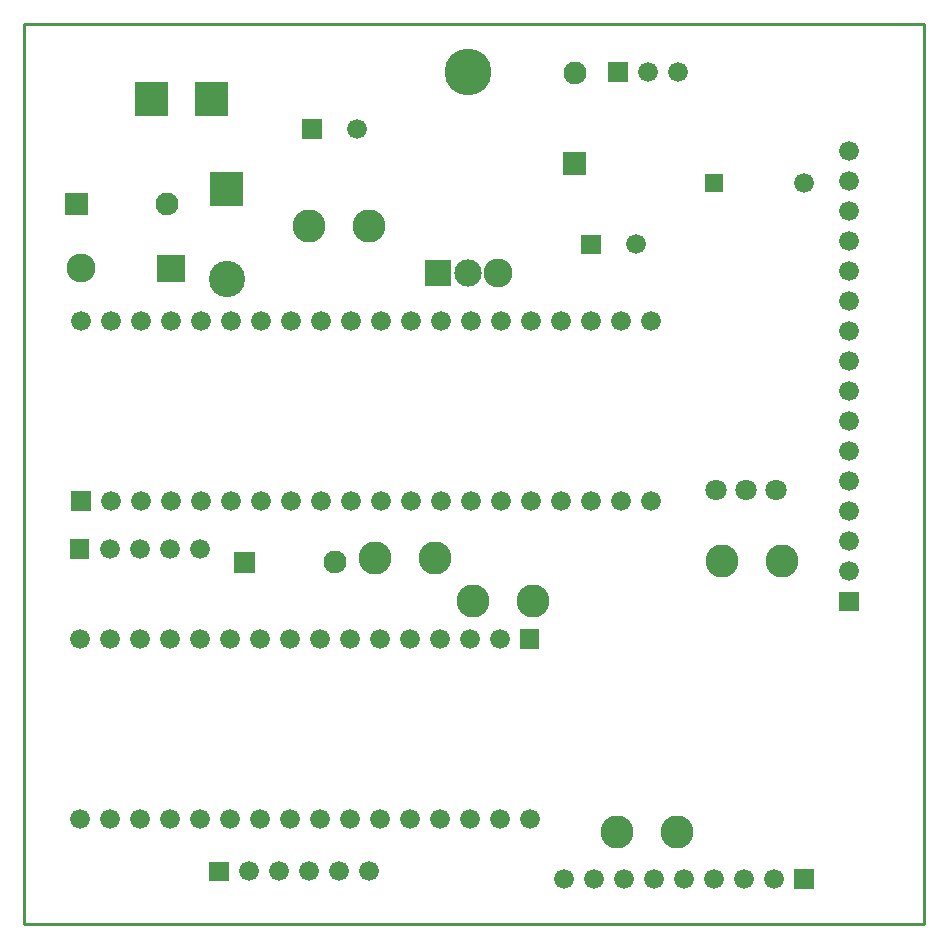
<source format=gbr>
G04 start of page 6 for group -4063 idx -4063 *
G04 Title: (unknown), componentmask *
G04 Creator: pcb 20110918 *
G04 CreationDate: Sun 05 Oct 2014 04:27:27 PM GMT UTC *
G04 For: kyle *
G04 Format: Gerber/RS-274X *
G04 PCB-Dimensions: 300000 300000 *
G04 PCB-Coordinate-Origin: lower left *
%MOIN*%
%FSLAX25Y25*%
%LNTOPMASK*%
%ADD412C,0.1210*%
%ADD411C,0.0760*%
%ADD410C,0.1560*%
%ADD409C,0.0910*%
%ADD408C,0.1100*%
%ADD407C,0.0710*%
%ADD406C,0.0960*%
%ADD405C,0.0001*%
%ADD404C,0.0660*%
%ADD403C,0.0100*%
G54D403*X0Y300000D02*Y0D01*
Y300000D02*X300000D01*
X0Y0D02*X300000D01*
Y300000D02*Y0D01*
G54D404*X149000Y141000D03*
X159000D03*
X169000D03*
X179000D03*
X199000D03*
X209000D03*
Y201000D03*
X199000D03*
X189000D03*
X179000D03*
X169000D03*
X159000D03*
X149000D03*
X139000D03*
G54D405*G36*
X133700Y221300D02*Y212700D01*
X142300D01*
Y221300D01*
X133700D01*
G37*
G54D406*X158000Y217000D03*
G54D404*X189000Y141000D03*
G54D407*X250500Y144500D03*
X240500D03*
X230500D03*
G54D405*G36*
X271700Y110800D02*Y104200D01*
X278300D01*
Y110800D01*
X271700D01*
G37*
G54D408*X169500Y107500D03*
X149500D03*
G54D404*X275000Y117500D03*
Y127500D03*
Y137500D03*
Y147500D03*
G54D408*X252500Y121000D03*
X232500D03*
G54D404*X275000Y157500D03*
Y167500D03*
Y177500D03*
Y187500D03*
Y197500D03*
Y207500D03*
Y217500D03*
Y227500D03*
Y237500D03*
Y247500D03*
Y257500D03*
G54D405*G36*
X226950Y250050D02*Y243950D01*
X233050D01*
Y250050D01*
X226950D01*
G37*
G36*
X185700Y229800D02*Y223200D01*
X192300D01*
Y229800D01*
X185700D01*
G37*
G54D404*X204000Y226500D03*
X260000Y247000D03*
G54D409*X148000Y217000D03*
G54D410*Y284000D03*
G54D405*G36*
X179700Y257300D02*Y249700D01*
X187300D01*
Y257300D01*
X179700D01*
G37*
G54D411*X183500Y283500D03*
G54D405*G36*
X194700Y287300D02*Y280700D01*
X201300D01*
Y287300D01*
X194700D01*
G37*
G54D404*X208000Y284000D03*
X218000D03*
X99000Y141000D03*
X109000D03*
X119000D03*
X129000D03*
X139000D03*
G54D408*X137000Y122000D03*
X117000D03*
G54D404*X49000Y141000D03*
X59000D03*
X69000D03*
X79000D03*
G54D405*G36*
X15700Y144300D02*Y137700D01*
X22300D01*
Y144300D01*
X15700D01*
G37*
G54D404*X29000Y141000D03*
X39000D03*
X89000D03*
G54D405*G36*
X69950Y124050D02*Y116950D01*
X77050D01*
Y124050D01*
X69950D01*
G37*
G54D411*X103500Y120500D03*
G54D405*G36*
X15200Y128300D02*Y121700D01*
X21800D01*
Y128300D01*
X15200D01*
G37*
G54D404*X28500Y125000D03*
X38500D03*
X48500D03*
X58500D03*
X129000Y201000D03*
X119000D03*
X109000D03*
X99000D03*
G54D405*G36*
X92700Y268300D02*Y261700D01*
X99300D01*
Y268300D01*
X92700D01*
G37*
G54D404*X111000Y265000D03*
G54D408*X115000Y232500D03*
X95000D03*
G54D404*X89000Y201000D03*
X79000D03*
X69000D03*
X59000D03*
X49000D03*
G54D411*X47500Y240000D03*
G54D405*G36*
X44450Y223050D02*Y213950D01*
X53550D01*
Y223050D01*
X44450D01*
G37*
G36*
X61950Y250550D02*Y239450D01*
X73050D01*
Y250550D01*
X61950D01*
G37*
G54D412*X67500Y215000D03*
G54D405*G36*
X56950Y280550D02*Y269450D01*
X68050D01*
Y280550D01*
X56950D01*
G37*
G54D404*X39000Y201000D03*
G54D405*G36*
X36950Y280550D02*Y269450D01*
X48050D01*
Y280550D01*
X36950D01*
G37*
G54D404*X29000Y201000D03*
X19000D03*
G54D405*G36*
X13700Y243800D02*Y236200D01*
X21300D01*
Y243800D01*
X13700D01*
G37*
G54D406*X19000Y218500D03*
G54D405*G36*
X256700Y18300D02*Y11700D01*
X263300D01*
Y18300D01*
X256700D01*
G37*
G54D404*X250000Y15000D03*
X240000D03*
X230000D03*
X220000D03*
X210000D03*
X200000D03*
X190000D03*
X180000D03*
G54D405*G36*
X61700Y20800D02*Y14200D01*
X68300D01*
Y20800D01*
X61700D01*
G37*
G54D404*X75000Y17500D03*
X85000D03*
X95000D03*
X105000D03*
X115000D03*
G54D405*G36*
X165200Y98300D02*Y91700D01*
X171800D01*
Y98300D01*
X165200D01*
G37*
G54D404*X158500Y95000D03*
X148500D03*
X138500D03*
X128500D03*
X118500D03*
X108500D03*
X98500D03*
X88500D03*
X78500D03*
X68500D03*
X58500D03*
X48500D03*
X38500D03*
X28500D03*
X18500D03*
Y35000D03*
X28500D03*
X38500D03*
X48500D03*
X58500D03*
X68500D03*
X78500D03*
X88500D03*
X98500D03*
X108500D03*
X118500D03*
X128500D03*
X138500D03*
X148500D03*
X158500D03*
X168500D03*
G54D408*X217500Y30500D03*
X197500D03*
M02*

</source>
